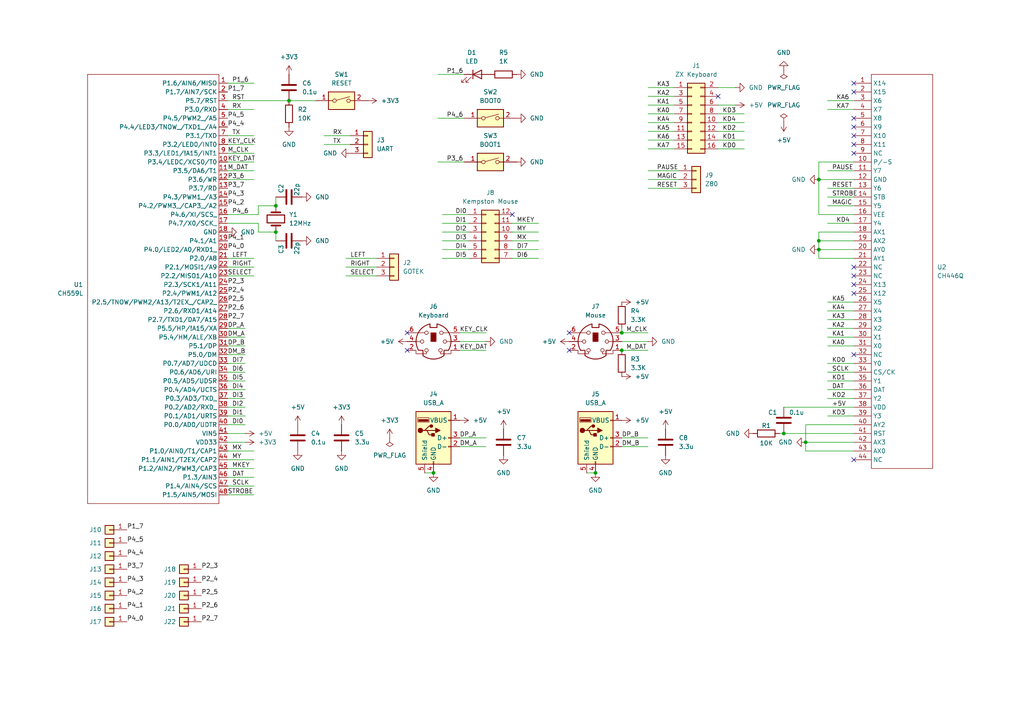
<source format=kicad_sch>
(kicad_sch (version 20231120) (generator "eeschema") (generator_version "8.0")
  (paper "A4")
  (lib_symbols
    (symbol "CH446Q:CH446Q"
      (property "Reference" "U" (at 0 0 0))
      (property "Value" "CH446Q" (at 0 0 0))
      (symbol "CH446Q_1_1"
        (pin input line (at -13.97 -3.81 0) (length 5.08) (name "X14") (number "1"))
        (pin input line (at -13.97 -26.67 0) (length 5.08) (name "P/-S") (number "10"))
        (pin output line (at -13.97 -29.21 0) (length 5.08) (name "Y7") (number "11"))
        (pin input line (at -13.97 -31.75 0) (length 5.08) (name "GND") (number "12"))
        (pin output line (at -13.97 -34.29 0) (length 5.08) (name "Y6") (number "13"))
        (pin input line (at -13.97 -36.83 0) (length 5.08) (name "STB") (number "14"))
        (pin output line (at -13.97 -39.37 0) (length 5.08) (name "Y5") (number "15"))
        (pin power_in line (at -13.97 -41.91 0) (length 5.08) (name "VEE") (number "16"))
        (pin output line (at -13.97 -44.45 0) (length 5.08) (name "Y4") (number "17"))
        (pin input line (at -13.97 -46.99 0) (length 5.08) (name "AX1") (number "18"))
        (pin input line (at -13.97 -49.53 0) (length 5.08) (name "AX2") (number "19"))
        (pin input line (at -13.97 -6.35 0) (length 5.08) (name "X15") (number "2"))
        (pin input line (at -13.97 -52.07 0) (length 5.08) (name "AY0") (number "20"))
        (pin input line (at -13.97 -54.61 0) (length 5.08) (name "AY1") (number "21"))
        (pin passive line (at -13.97 -57.15 0) (length 5.08) (name "NC") (number "22"))
        (pin passive line (at -13.97 -59.69 0) (length 5.08) (name "NC") (number "23"))
        (pin input line (at -13.97 -62.23 0) (length 5.08) (name "X13") (number "24"))
        (pin input line (at -13.97 -64.77 0) (length 5.08) (name "X12") (number "25"))
        (pin input line (at -13.97 -67.31 0) (length 5.08) (name "X5") (number "26"))
        (pin input line (at -13.97 -69.85 0) (length 5.08) (name "X4") (number "27"))
        (pin input line (at -13.97 -72.39 0) (length 5.08) (name "X3") (number "28"))
        (pin input line (at -13.97 -74.93 0) (length 5.08) (name "X2") (number "29"))
        (pin input line (at -13.97 -8.89 0) (length 5.08) (name "X6") (number "3"))
        (pin input line (at -13.97 -77.47 0) (length 5.08) (name "X1") (number "30"))
        (pin input line (at -13.97 -80.01 0) (length 5.08) (name "X0") (number "31"))
        (pin passive line (at -13.97 -82.55 0) (length 5.08) (name "NC") (number "32"))
        (pin output line (at -13.97 -85.09 0) (length 5.08) (name "Y0") (number "33"))
        (pin input line (at -13.97 -87.63 0) (length 5.08) (name "CS/CK") (number "34"))
        (pin output line (at -13.97 -90.17 0) (length 5.08) (name "Y1") (number "35"))
        (pin input line (at -13.97 -92.71 0) (length 5.08) (name "DAT") (number "36"))
        (pin input line (at -13.97 -95.25 0) (length 5.08) (name "Y2") (number "37"))
        (pin power_in line (at -13.97 -97.79 0) (length 5.08) (name "VDD") (number "38"))
        (pin output line (at -13.97 -100.33 0) (length 5.08) (name "Y3") (number "39"))
        (pin input line (at -13.97 -11.43 0) (length 5.08) (name "X7") (number "4"))
        (pin input line (at -13.97 -102.87 0) (length 5.08) (name "AY2") (number "40"))
        (pin input line (at -13.97 -105.41 0) (length 5.08) (name "RST") (number "41"))
        (pin input line (at -13.97 -107.95 0) (length 5.08) (name "AX3") (number "42"))
        (pin input line (at -13.97 -110.49 0) (length 5.08) (name "AX0") (number "43"))
        (pin passive line (at -13.97 -113.03 0) (length 5.08) (name "NC") (number "44"))
        (pin input line (at -13.97 -13.97 0) (length 5.08) (name "X8") (number "5"))
        (pin input line (at -13.97 -16.51 0) (length 5.08) (name "X9") (number "6"))
        (pin input line (at -13.97 -19.05 0) (length 5.08) (name "X10") (number "7"))
        (pin input line (at -13.97 -21.59 0) (length 5.08) (name "X11") (number "8"))
        (pin passive line (at -13.97 -24.13 0) (length 5.08) (name "NC") (number "9"))
      )
    )
    (symbol "CH559L:CH559L"
      (property "Reference" "U" (at 0 15.24 0))
      (property "Value" "CH559L" (at 0 15.24 0))
      (symbol "CH559L_1_1"
        (pin passive line (at 0 6.35 0) (length 2.54) (name "P1.6/AIN6/MISO") (number "1"))
        (pin passive line (at 0 -16.51 0) (length 2.54) (name "P3.4/LEDC/XCS0/T0") (number "10"))
        (pin passive line (at 0 -19.05 0) (length 2.54) (name "P3.5/DA6/T1") (number "11"))
        (pin passive line (at 0 -21.59 0) (length 2.54) (name "P3.6/WR") (number "12"))
        (pin passive line (at 0 -24.13 0) (length 2.54) (name "P3.7/RD") (number "13"))
        (pin passive line (at 0 -26.67 0) (length 2.54) (name "P4.3/PWM1_/A3") (number "14"))
        (pin passive line (at 0 -29.21 0) (length 2.54) (name "P4.2/PWM3_/CAP3_/A2") (number "15"))
        (pin passive line (at 0 -31.75 0) (length 2.54) (name "P4.6/XI/SCS_") (number "16"))
        (pin passive line (at 0 -34.29 0) (length 2.54) (name "P4.7/X0/SCK_") (number "17"))
        (pin passive line (at 0 -36.83 0) (length 2.54) (name "GND") (number "18"))
        (pin passive line (at 0 -39.37 0) (length 2.54) (name "P4.1/A1") (number "19"))
        (pin passive line (at 0 3.81 0) (length 2.54) (name "P1.7/AIN7/SCK") (number "2"))
        (pin passive line (at 0 -41.91 0) (length 2.54) (name "P4.0/LED2/A0/RXD1_") (number "20"))
        (pin passive line (at 0 -44.45 0) (length 2.54) (name "P2.0/A8") (number "21"))
        (pin passive line (at 0 -46.99 0) (length 2.54) (name "P2.1/MOSI1/A9") (number "22"))
        (pin passive line (at 0 -49.53 0) (length 2.54) (name "P2.2/MISO1/A10") (number "23"))
        (pin passive line (at 0 -52.07 0) (length 2.54) (name "P2.3/SCK1/A11") (number "24"))
        (pin passive line (at 0 -54.61 0) (length 2.54) (name "P2.4/PWM1/A12") (number "25"))
        (pin passive line (at 0 -57.15 0) (length 2.54) (name "P2.5/TNOW/PWM2/A13/T2EX_/CAP2_") (number "26"))
        (pin passive line (at 0 -59.69 0) (length 2.54) (name "P2.6/RXD1/A14") (number "27"))
        (pin passive line (at 0 -62.23 0) (length 2.54) (name "P2.7/TXD1/DA7/A15") (number "28"))
        (pin passive line (at 0 -64.77 0) (length 2.54) (name "P5.5/HP/!A15/XA") (number "29"))
        (pin passive line (at 0 1.27 0) (length 2.54) (name "P5.7/RST") (number "3"))
        (pin passive line (at 0 -67.31 0) (length 2.54) (name "P5.4/HM/ALE/XB") (number "30"))
        (pin passive line (at 0 -69.85 0) (length 2.54) (name "P5.1/DP") (number "31"))
        (pin passive line (at 0 -72.39 0) (length 2.54) (name "P5.0/DM") (number "32"))
        (pin passive line (at 0 -74.93 0) (length 2.54) (name "P0.7/AD7/UDCD") (number "33"))
        (pin passive line (at 0 -77.47 0) (length 2.54) (name "P0.6/AD6/URI") (number "34"))
        (pin passive line (at 0 -80.01 0) (length 2.54) (name "P0.5/AD5/UDSR") (number "35"))
        (pin passive line (at 0 -82.55 0) (length 2.54) (name "P0.4/AD4/UCTS") (number "36"))
        (pin passive line (at 0 -85.09 0) (length 2.54) (name "P0.3/AD3/TXD_") (number "37"))
        (pin passive line (at 0 -87.63 0) (length 2.54) (name "P0.2/AD2/RXD_") (number "38"))
        (pin passive line (at 0 -90.17 0) (length 2.54) (name "P0.1/AD1/URTS") (number "39"))
        (pin passive line (at 0 -1.27 0) (length 2.54) (name "P3.0/RXD") (number "4"))
        (pin passive line (at 0 -92.71 0) (length 2.54) (name "P0.0/AD0/UDTR") (number "40"))
        (pin passive line (at 0 -95.25 0) (length 2.54) (name "VIN5") (number "41"))
        (pin passive line (at 0 -97.79 0) (length 2.54) (name "VDD33") (number "42"))
        (pin passive line (at 0 -100.33 0) (length 2.54) (name "P1.0/AIN0/T1/CAP1") (number "43"))
        (pin passive line (at 0 -102.87 0) (length 2.54) (name "P1.1/AIN1/T2EX/CAP2") (number "44"))
        (pin passive line (at 0 -105.41 0) (length 2.54) (name "P1.2/AIN2/PWM3/CAP3") (number "45"))
        (pin passive line (at 0 -107.95 0) (length 2.54) (name "P1.3/AIN3") (number "46"))
        (pin passive line (at 0 -110.49 0) (length 2.54) (name "P1.4/AIN4/SCS") (number "47"))
        (pin passive line (at 0 -113.03 0) (length 2.54) (name "P1.5/AIN5/MOSI") (number "48"))
        (pin passive line (at 0 -3.81 0) (length 2.54) (name "P4.5/PWM2_/A5") (number "5"))
        (pin passive line (at 0 -6.35 0) (length 2.54) (name "P4.4/LED3/TNOW_/TXD1_/A4") (number "6"))
        (pin passive line (at 0 -8.89 0) (length 2.54) (name "P3.1/TXD") (number "7"))
        (pin passive line (at 0 -11.43 0) (length 2.54) (name "P3.2/LED0/INT0") (number "8"))
        (pin passive line (at 0 -13.97 0) (length 2.54) (name "P3.3/LED1/!A15/INT1") (number "9"))
      )
    )
    (symbol "Connector:Mini-DIN-6" (pin_names (offset 1.016))
      (property "Reference" "J" (at 0 6.35 0))
      (property "Value" "Mini-DIN-6" (at 0 -6.35 0))
      (symbol "Mini-DIN-6_1_1"
        (pin passive line (at 7.62 -2.54 180) (length 2.54) (name "~") (number "1"))
        (pin passive line (at -7.62 -2.54 0) (length 2.54) (name "~") (number "2"))
        (pin passive line (at 7.62 0 180) (length 2.54) (name "~") (number "3"))
        (pin passive line (at -7.62 0 0) (length 2.54) (name "~") (number "4"))
        (pin passive line (at 7.62 2.54 180) (length 2.54) (name "~") (number "5"))
        (pin passive line (at -7.62 2.54 0) (length 2.54) (name "~") (number "6"))
      )
    )
    (symbol "Connector:USB_A" (pin_names (offset 1.016))
      (property "Reference" "J" (at -5.08 11.43 0))
      (property "Value" "USB_A" (at -5.08 8.89 0))
      (symbol "USB_A_1_1"
        (pin power_in line (at 7.62 5.08 180) (length 2.54) (name "VBUS") (number "1"))
        (pin bidirectional line (at 7.62 -2.54 180) (length 2.54) (name "D-") (number "2"))
        (pin bidirectional line (at 7.62 0 180) (length 2.54) (name "D+") (number "3"))
        (pin power_in line (at 0 -10.16 90) (length 2.54) (name "GND") (number "4"))
        (pin passive line (at -2.54 -10.16 90) (length 2.54) (name "Shield") (number "5"))
      )
    )
    (symbol "Connector_Generic:Conn_01x01" (pin_names (offset 1.016) hide)
      (property "Reference" "J" (at 0 2.54 0))
      (property "Value" "Conn_01x01" (at 0 -2.54 0))
      (symbol "Conn_01x01_1_1"
        (pin passive line (at -5.08 0 0) (length 3.81) (name "Pin_1") (number "1"))
      )
    )
    (symbol "Connector_Generic:Conn_01x03" (pin_names (offset 1.016) hide)
      (property "Reference" "J" (at 0 5.08 0))
      (property "Value" "Conn_01x03" (at 0 -5.08 0))
      (symbol "Conn_01x03_1_1"
        (pin passive line (at -5.08 2.54 0) (length 3.81) (name "Pin_1") (number "1"))
        (pin passive line (at -5.08 0 0) (length 3.81) (name "Pin_2") (number "2"))
        (pin passive line (at -5.08 -2.54 0) (length 3.81) (name "Pin_3") (number "3"))
      )
    )
    (symbol "Connector_Generic:Conn_02x06_Counter_Clockwise" (pin_names (offset 1.016) hide)
      (property "Reference" "J" (at 1.27 7.62 0))
      (property "Value" "Conn_02x06_Counter_Clockwise" (at 1.27 -10.16 0))
      (symbol "Conn_02x06_Counter_Clockwise_1_1"
        (pin passive line (at -5.08 5.08 0) (length 3.81) (name "Pin_1") (number "1"))
        (pin passive line (at 7.62 0 180) (length 3.81) (name "Pin_10") (number "10"))
        (pin passive line (at 7.62 2.54 180) (length 3.81) (name "Pin_11") (number "11"))
        (pin passive line (at 7.62 5.08 180) (length 3.81) (name "Pin_12") (number "12"))
        (pin passive line (at -5.08 2.54 0) (length 3.81) (name "Pin_2") (number "2"))
        (pin passive line (at -5.08 0 0) (length 3.81) (name "Pin_3") (number "3"))
        (pin passive line (at -5.08 -2.54 0) (length 3.81) (name "Pin_4") (number "4"))
        (pin passive line (at -5.08 -5.08 0) (length 3.81) (name "Pin_5") (number "5"))
        (pin passive line (at -5.08 -7.62 0) (length 3.81) (name "Pin_6") (number "6"))
        (pin passive line (at 7.62 -7.62 180) (length 3.81) (name "Pin_7") (number "7"))
        (pin passive line (at 7.62 -5.08 180) (length 3.81) (name "Pin_8") (number "8"))
        (pin passive line (at 7.62 -2.54 180) (length 3.81) (name "Pin_9") (number "9"))
      )
    )
    (symbol "Connector_Generic:Conn_02x08_Odd_Even" (pin_names (offset 1.016) hide)
      (property "Reference" "J" (at 1.27 10.16 0))
      (property "Value" "Conn_02x08_Odd_Even" (at 1.27 -12.7 0))
      (symbol "Conn_02x08_Odd_Even_1_1"
        (pin passive line (at -5.08 7.62 0) (length 3.81) (name "Pin_1") (number "1"))
        (pin passive line (at 7.62 -2.54 180) (length 3.81) (name "Pin_10") (number "10"))
        (pin passive line (at -5.08 -5.08 0) (length 3.81) (name "Pin_11") (number "11"))
        (pin passive line (at 7.62 -5.08 180) (length 3.81) (name "Pin_12") (number "12"))
        (pin passive line (at -5.08 -7.62 0) (length 3.81) (name "Pin_13") (number "13"))
        (pin passive line (at 7.62 -7.62 180) (length 3.81) (name "Pin_14") (number "14"))
        (pin passive line (at -5.08 -10.16 0) (length 3.81) (name "Pin_15") (number "15"))
        (pin passive line (at 7.62 -10.16 180) (length 3.81) (name "Pin_16") (number "16"))
        (pin passive line (at 7.62 7.62 180) (length 3.81) (name "Pin_2") (number "2"))
        (pin passive line (at -5.08 5.08 0) (length 3.81) (name "Pin_3") (number "3"))
        (pin passive line (at 7.62 5.08 180) (length 3.81) (name "Pin_4") (number "4"))
        (pin passive line (at -5.08 2.54 0) (length 3.81) (name "Pin_5") (number "5"))
        (pin passive line (at 7.62 2.54 180) (length 3.81) (name "Pin_6") (number "6"))
        (pin passive line (at -5.08 0 0) (length 3.81) (name "Pin_7") (number "7"))
        (pin passive line (at 7.62 0 180) (length 3.81) (name "Pin_8") (number "8"))
        (pin passive line (at -5.08 -2.54 0) (length 3.81) (name "Pin_9") (number "9"))
      )
    )
    (symbol "Device:C" (pin_numbers hide) (pin_names (offset 0.254))
      (property "Reference" "C" (at 0.635 2.54 0))
      (property "Value" "C" (at 0.635 -2.54 0))
      (symbol "C_1_1"
        (pin passive line (at 0 3.81 270) (length 2.794) (name "~") (number "1"))
        (pin passive line (at 0 -3.81 90) (length 2.794) (name "~") (number "2"))
      )
    )
    (symbol "Device:Crystal" (pin_numbers hide) (pin_names (offset 1.016) hide)
      (property "Reference" "Y" (at 0 3.81 0))
      (property "Value" "Crystal" (at 0 -3.81 0))
      (symbol "Crystal_1_1"
        (pin passive line (at -3.81 0 0) (length 1.27) (name "1") (number "1"))
        (pin passive line (at 3.81 0 180) (length 1.27) (name "2") (number "2"))
      )
    )
    (symbol "Device:LED" (pin_numbers hide) (pin_names (offset 1.016) hide)
      (property "Reference" "D" (at 0 2.54 0))
      (property "Value" "LED" (at 0 -2.54 0))
      (symbol "LED_1_1"
        (pin passive line (at -3.81 0 0) (length 2.54) (name "K") (number "1"))
        (pin passive line (at 3.81 0 180) (length 2.54) (name "A") (number "2"))
      )
    )
    (symbol "Device:R" (pin_numbers hide) (pin_names (offset 0))
      (property "Reference" "R" (at 2.032 0 90))
      (property "Value" "R" (at 0 0 90))
      (symbol "R_1_1"
        (pin passive line (at 0 3.81 270) (length 1.27) (name "~") (number "1"))
        (pin passive line (at 0 -3.81 90) (length 1.27) (name "~") (number "2"))
      )
    )
    (symbol "Switch:SW_DIP_x01" (pin_names (offset 0) hide)
      (property "Reference" "SW" (at 0 3.81 0))
      (property "Value" "SW_DIP_x01" (at 0 -3.81 0))
      (symbol "SW_DIP_x01_1_1"
        (pin passive line (at -7.62 0 0) (length 5.08) (name "~") (number "1"))
        (pin passive line (at 7.62 0 180) (length 5.08) (name "~") (number "2"))
      )
    )
    (symbol "power:+3V3" (power) (pin_numbers hide) (pin_names (offset 0) hide)
      (property "Value" "+3V3" (at 0 3.556 0))
      (symbol "+3V3_1_1"
        (pin power_in line (at 0 0 90) (length 0) (name "~") (number "1"))
      )
    )
    (symbol "power:+5V" (power) (pin_numbers hide) (pin_names (offset 0) hide)
      (property "Value" "+5V" (at 0 3.556 0))
      (symbol "+5V_1_1"
        (pin power_in line (at 0 0 90) (length 0) (name "~") (number "1"))
      )
    )
    (symbol "power:GND" (power) (pin_numbers hide) (pin_names (offset 0) hide)
      (property "Value" "GND" (at 0 -3.81 0))
      (symbol "GND_1_1"
        (pin power_in line (at 0 0 270) (length 0) (name "~") (number "1"))
      )
    )
    (symbol "power:PWR_FLAG" (power) (pin_numbers hide) (pin_names (offset 0) hide)
      (property "Value" "PWR_FLAG" (at 0 3.81 0))
      (symbol "PWR_FLAG_0_0"
        (pin power_out line (at 0 0 90) (length 0) (name "~") (number "1"))
      )
    )
  )
  (junction (at 237.49 69.85))
  (junction (at 237.49 72.39))
  (junction (at 80.01 67.31))
  (junction (at 80.01 59.69))
  (junction (at 233.68 128.27))
  (junction (at 237.49 52.07))
  (junction (at 180.34 101.6))
  (junction (at 180.34 96.52))
  (junction (at 227.33 125.73))
  (junction (at 83.82 29.21))
  (junction (at 172.72 137.16))
  (junction (at 125.73 137.16))
  (no_connect (at 247.65 44.45))
  (no_connect (at 247.65 82.55))
  (no_connect (at 247.65 26.67))
  (no_connect (at 247.65 41.91))
  (no_connect (at 118.11 101.6))
  (no_connect (at 247.65 34.29))
  (no_connect (at 247.65 24.13))
  (no_connect (at 118.11 96.52))
  (no_connect (at 247.65 36.83))
  (no_connect (at 208.28 27.94))
  (no_connect (at 165.1 96.52))
  (no_connect (at 148.59 62.23))
  (no_connect (at 165.1 101.6))
  (no_connect (at 247.65 85.09))
  (no_connect (at 247.65 39.37))
  (no_connect (at 247.65 133.35))
  (no_connect (at 247.65 77.47))
  (no_connect (at 247.65 80.01))
  (no_connect (at 247.65 102.87))
  (wire (pts (xy 123.19 137.16) (xy 125.73 137.16)))
  (wire (pts (xy 240.03 120.65) (xy 247.65 120.65)))
  (wire (pts (xy 100.33 74.93) (xy 109.22 74.93)))
  (wire (pts (xy 66.04 100.33) (xy 71.12 100.33)))
  (wire (pts (xy 66.04 140.97) (xy 73.66 140.97)))
  (wire (pts (xy 133.35 101.6) (xy 140.97 101.6)))
  (wire (pts (xy 187.96 52.07) (xy 196.85 52.07)))
  (wire (pts (xy 128.27 72.39) (xy 135.89 72.39)))
  (wire (pts (xy 240.03 95.25) (xy 247.65 95.25)))
  (wire (pts (xy 66.04 143.51) (xy 73.66 143.51)))
  (wire (pts (xy 127 34.29) (xy 134.62 34.29)))
  (wire (pts (xy 66.04 62.23) (xy 74.93 62.23)))
  (wire (pts (xy 66.04 118.11) (xy 71.12 118.11)))
  (wire (pts (xy 133.35 129.54) (xy 140.97 129.54)))
  (wire (pts (xy 240.03 54.61) (xy 247.65 54.61)))
  (wire (pts (xy 226.06 125.73) (xy 227.33 125.73)))
  (wire (pts (xy 240.03 97.79) (xy 247.65 97.79)))
  (wire (pts (xy 66.04 138.43) (xy 73.66 138.43)))
  (wire (pts (xy 66.04 107.95) (xy 71.12 107.95)))
  (wire (pts (xy 100.33 80.01) (xy 109.22 80.01)))
  (wire (pts (xy 187.96 38.1) (xy 195.58 38.1)))
  (wire (pts (xy 237.49 67.31) (xy 247.65 67.31)))
  (wire (pts (xy 66.04 24.13) (xy 73.66 24.13)))
  (wire (pts (xy 213.36 25.4) (xy 208.28 25.4)))
  (wire (pts (xy 91.44 29.21) (xy 83.82 29.21)))
  (wire (pts (xy 127 46.99) (xy 134.62 46.99)))
  (wire (pts (xy 148.59 67.31) (xy 156.21 67.31)))
  (wire (pts (xy 208.28 40.64) (xy 215.9 40.64)))
  (wire (pts (xy 233.68 123.19) (xy 233.68 128.27)))
  (wire (pts (xy 240.03 100.33) (xy 247.65 100.33)))
  (wire (pts (xy 93.98 39.37) (xy 101.6 39.37)))
  (wire (pts (xy 148.59 69.85) (xy 156.21 69.85)))
  (wire (pts (xy 66.04 113.03) (xy 71.12 113.03)))
  (wire (pts (xy 66.04 110.49) (xy 71.12 110.49)))
  (wire (pts (xy 93.98 41.91) (xy 101.6 41.91)))
  (wire (pts (xy 128.27 62.23) (xy 135.89 62.23)))
  (wire (pts (xy 180.34 127) (xy 187.96 127)))
  (wire (pts (xy 208.28 43.18) (xy 215.9 43.18)))
  (wire (pts (xy 66.04 44.45) (xy 73.66 44.45)))
  (wire (pts (xy 233.68 128.27) (xy 247.65 128.27)))
  (wire (pts (xy 180.34 129.54) (xy 187.96 129.54)))
  (wire (pts (xy 100.33 77.47) (xy 109.22 77.47)))
  (wire (pts (xy 66.04 49.53) (xy 73.66 49.53)))
  (wire (pts (xy 187.96 40.64) (xy 195.58 40.64)))
  (wire (pts (xy 187.96 49.53) (xy 196.85 49.53)))
  (wire (pts (xy 187.96 25.4) (xy 195.58 25.4)))
  (wire (pts (xy 80.01 57.15) (xy 80.01 59.69)))
  (wire (pts (xy 187.96 35.56) (xy 195.58 35.56)))
  (wire (pts (xy 208.28 38.1) (xy 215.9 38.1)))
  (wire (pts (xy 247.65 74.93) (xy 237.49 74.93)))
  (wire (pts (xy 66.04 130.81) (xy 73.66 130.81)))
  (wire (pts (xy 240.03 31.75) (xy 247.65 31.75)))
  (wire (pts (xy 240.03 87.63) (xy 247.65 87.63)))
  (wire (pts (xy 187.96 99.06) (xy 180.34 99.06)))
  (wire (pts (xy 208.28 35.56) (xy 215.9 35.56)))
  (wire (pts (xy 227.33 118.11) (xy 247.65 118.11)))
  (wire (pts (xy 74.93 64.77) (xy 74.93 67.31)))
  (wire (pts (xy 240.03 115.57) (xy 247.65 115.57)))
  (wire (pts (xy 237.49 52.07) (xy 247.65 52.07)))
  (wire (pts (xy 180.34 96.52) (xy 187.96 96.52)))
  (wire (pts (xy 66.04 74.93) (xy 73.66 74.93)))
  (wire (pts (xy 71.12 128.27) (xy 66.04 128.27)))
  (wire (pts (xy 233.68 128.27) (xy 233.68 130.81)))
  (wire (pts (xy 240.03 105.41) (xy 247.65 105.41)))
  (wire (pts (xy 66.04 95.25) (xy 71.12 95.25)))
  (wire (pts (xy 128.27 74.93) (xy 135.89 74.93)))
  (wire (pts (xy 233.68 130.81) (xy 247.65 130.81)))
  (wire (pts (xy 71.12 125.73) (xy 66.04 125.73)))
  (wire (pts (xy 66.04 133.35) (xy 73.66 133.35)))
  (wire (pts (xy 237.49 69.85) (xy 247.65 69.85)))
  (wire (pts (xy 80.01 69.85) (xy 80.01 67.31)))
  (wire (pts (xy 127 21.59) (xy 134.62 21.59)))
  (wire (pts (xy 187.96 54.61) (xy 196.85 54.61)))
  (wire (pts (xy 187.96 27.94) (xy 195.58 27.94)))
  (wire (pts (xy 66.04 105.41) (xy 71.12 105.41)))
  (wire (pts (xy 66.04 29.21) (xy 83.82 29.21)))
  (wire (pts (xy 240.03 92.71) (xy 247.65 92.71)))
  (wire (pts (xy 66.04 64.77) (xy 74.93 64.77)))
  (wire (pts (xy 140.97 99.06) (xy 133.35 99.06)))
  (wire (pts (xy 128.27 67.31) (xy 135.89 67.31)))
  (wire (pts (xy 74.93 62.23) (xy 74.93 59.69)))
  (wire (pts (xy 66.04 31.75) (xy 73.66 31.75)))
  (wire (pts (xy 66.04 41.91) (xy 73.66 41.91)))
  (wire (pts (xy 240.03 29.21) (xy 247.65 29.21)))
  (wire (pts (xy 66.04 115.57) (xy 71.12 115.57)))
  (wire (pts (xy 240.03 110.49) (xy 247.65 110.49)))
  (wire (pts (xy 240.03 59.69) (xy 247.65 59.69)))
  (wire (pts (xy 237.49 62.23) (xy 247.65 62.23)))
  (wire (pts (xy 247.65 46.99) (xy 237.49 46.99)))
  (wire (pts (xy 66.04 135.89) (xy 73.66 135.89)))
  (wire (pts (xy 227.33 125.73) (xy 247.65 125.73)))
  (wire (pts (xy 180.34 95.25) (xy 180.34 96.52)))
  (wire (pts (xy 170.18 137.16) (xy 172.72 137.16)))
  (wire (pts (xy 148.59 64.77) (xy 156.21 64.77)))
  (wire (pts (xy 240.03 57.15) (xy 247.65 57.15)))
  (wire (pts (xy 128.27 64.77) (xy 135.89 64.77)))
  (wire (pts (xy 240.03 90.17) (xy 247.65 90.17)))
  (wire (pts (xy 187.96 33.02) (xy 195.58 33.02)))
  (wire (pts (xy 237.49 69.85) (xy 237.49 67.31)))
  (wire (pts (xy 66.04 80.01) (xy 73.66 80.01)))
  (wire (pts (xy 74.93 67.31) (xy 80.01 67.31)))
  (wire (pts (xy 66.04 102.87) (xy 71.12 102.87)))
  (wire (pts (xy 66.04 39.37) (xy 73.66 39.37)))
  (wire (pts (xy 213.36 30.48) (xy 208.28 30.48)))
  (wire (pts (xy 247.65 123.19) (xy 233.68 123.19)))
  (wire (pts (xy 66.04 46.99) (xy 73.66 46.99)))
  (wire (pts (xy 237.49 72.39) (xy 247.65 72.39)))
  (wire (pts (xy 237.49 72.39) (xy 237.49 69.85)))
  (wire (pts (xy 240.03 49.53) (xy 247.65 49.53)))
  (wire (pts (xy 66.04 123.19) (xy 71.12 123.19)))
  (wire (pts (xy 66.04 52.07) (xy 73.66 52.07)))
  (wire (pts (xy 74.93 59.69) (xy 80.01 59.69)))
  (wire (pts (xy 240.03 113.03) (xy 247.65 113.03)))
  (wire (pts (xy 148.59 72.39) (xy 156.21 72.39)))
  (wire (pts (xy 187.96 30.48) (xy 195.58 30.48)))
  (wire (pts (xy 148.59 74.93) (xy 156.21 74.93)))
  (wire (pts (xy 237.49 74.93) (xy 237.49 72.39)))
  (wire (pts (xy 237.49 52.07) (xy 237.49 62.23)))
  (wire (pts (xy 66.04 120.65) (xy 71.12 120.65)))
  (wire (pts (xy 133.35 96.52) (xy 140.97 96.52)))
  (wire (pts (xy 66.04 97.79) (xy 71.12 97.79)))
  (wire (pts (xy 187.96 43.18) (xy 195.58 43.18)))
  (wire (pts (xy 66.04 77.47) (xy 73.66 77.47)))
  (wire (pts (xy 208.28 33.02) (xy 215.9 33.02)))
  (wire (pts (xy 240.03 64.77) (xy 247.65 64.77)))
  (wire (pts (xy 237.49 46.99) (xy 237.49 52.07)))
  (wire (pts (xy 240.03 107.95) (xy 247.65 107.95)))
  (wire (pts (xy 128.27 69.85) (xy 135.89 69.85)))
  (wire (pts (xy 133.35 127) (xy 140.97 127)))
  (wire (pts (xy 180.34 101.6) (xy 187.96 101.6)))
  (label "KEY_CLK" (at 133.35 96.52 0))
  (label "DI1" (at 67.31 120.65 0))
  (label "KEY_DAT" (at 133.35 101.6 0))
  (label "KD1" (at 209.55 40.64 0))
  (label "RX" (at 96.52 39.37 0))
  (label "P4_2" (at 36.83 172.72 0))
  (label "DI0" (at 67.31 123.19 0))
  (label "P1_6" (at 129.54 21.59 0))
  (label "RESET" (at 190.5 54.61 0))
  (label "P4_4" (at 36.83 161.29 0))
  (label "DI7" (at 149.86 72.39 0))
  (label "DM_B" (at 66.04 102.87 0))
  (label "KD0" (at 209.55 43.18 0))
  (label "P1_7" (at 36.83 153.67 0))
  (label "KA0" (at 241.3 100.33 0))
  (label "P2_4" (at 66.04 85.09 0))
  (label "DI7" (at 67.31 105.41 0))
  (label "DP_A" (at 133.35 127 0))
  (label "M_DAT" (at 66.04 49.53 0))
  (label "KA5" (at 241.3 87.63 0))
  (label "KA7" (at 190.5 43.18 0))
  (label "P3_7" (at 36.83 165.1 0))
  (label "DI3" (at 132.08 69.85 0))
  (label "MAGIC" (at 190.5 52.07 0))
  (label "RIGHT" (at 67.31 77.47 0))
  (label "KD3" (at 209.55 33.02 0))
  (label "DI0" (at 132.08 62.23 0))
  (label "MKEY" (at 149.86 64.77 0))
  (label "P4_3" (at 66.04 57.15 0))
  (label "P2_3" (at 58.42 165.1 0))
  (label "SCLK" (at 241.3 107.95 0))
  (label "DM_A" (at 133.35 129.54 0))
  (label "KA1" (at 241.3 97.79 0))
  (label "P2_5" (at 66.04 87.63 0))
  (label "DP_B" (at 66.04 100.33 0))
  (label "+5V" (at 241.3 118.11 0))
  (label "DM_B" (at 180.34 129.54 0))
  (label "P3_6" (at 129.54 46.99 0))
  (label "SELECT" (at 101.6 80.01 0))
  (label "KA0" (at 190.5 33.02 0))
  (label "LEFT" (at 101.6 74.93 0))
  (label "KD4" (at 242.57 64.77 0))
  (label "P4_5" (at 66.04 34.29 0))
  (label "DI5" (at 132.08 74.93 0))
  (label "P2_6" (at 58.42 176.53 0))
  (label "KEY_CLK" (at 66.04 41.91 0))
  (label "P2_4" (at 58.42 168.91 0))
  (label "P4_3" (at 36.83 168.91 0))
  (label "M_DAT" (at 181.61 101.6 0))
  (label "P2_6" (at 66.04 90.17 0))
  (label "RX" (at 67.31 31.75 0))
  (label "KA5" (at 190.5 38.1 0))
  (label "KEY_DAT" (at 66.04 46.99 0))
  (label "KD1" (at 241.3 110.49 0))
  (label "MX" (at 149.86 69.85 0))
  (label "P3_6" (at 66.04 52.07 0))
  (label "DAT" (at 67.31 138.43 0))
  (label "STROBE" (at 66.04 143.51 0))
  (label "DM_A" (at 66.04 97.79 0))
  (label "KA6" (at 242.57 29.21 0))
  (label "LEFT" (at 67.31 74.93 0))
  (label "KD2" (at 209.55 38.1 0))
  (label "DI6" (at 67.31 107.95 0))
  (label "KA1" (at 190.5 30.48 0))
  (label "P2_7" (at 58.42 180.34 0))
  (label "KD3" (at 241.3 120.65 0))
  (label "STROBE" (at 241.3 57.15 0))
  (label "RESET" (at 241.3 54.61 0))
  (label "P4_4" (at 66.04 36.83 0))
  (label "KA7" (at 242.57 31.75 0))
  (label "DI3" (at 67.31 115.57 0))
  (label "P4_2" (at 66.04 59.69 0))
  (label "TX" (at 67.31 39.37 0))
  (label "DI2" (at 67.31 118.11 0))
  (label "KA4" (at 241.3 90.17 0))
  (label "DAT" (at 241.3 113.03 0))
  (label "DI6" (at 149.86 74.93 0))
  (label "P1_7" (at 66.04 26.67 0))
  (label "P4_0" (at 66.04 72.39 0))
  (label "DI4" (at 132.08 72.39 0))
  (label "KA6" (at 190.5 40.64 0))
  (label "KA2" (at 190.5 27.94 0))
  (label "P2_3" (at 66.04 82.55 0))
  (label "RIGHT" (at 101.6 77.47 0))
  (label "DP_A" (at 66.04 95.25 0))
  (label "DI4" (at 67.31 113.03 0))
  (label "P4_6" (at 129.54 34.29 0))
  (label "DP_B" (at 180.34 127 0))
  (label "KA3" (at 190.5 25.4 0))
  (label "KA2" (at 241.3 95.25 0))
  (label "DI1" (at 132.08 64.77 0))
  (label "P4_1" (at 36.83 176.53 0))
  (label "M_CLK" (at 181.61 96.52 0))
  (label "MX" (at 67.31 130.81 0))
  (label "MY" (at 67.31 133.35 0))
  (label "P4_6" (at 67.31 62.23 0))
  (label "PAUSE" (at 241.3 49.53 0))
  (label "P3_7" (at 66.04 54.61 0))
  (label "TX" (at 96.52 41.91 0))
  (label "SELECT" (at 66.04 80.01 0))
  (label "P1_6" (at 67.31 24.13 0))
  (label "P4_5" (at 36.83 157.48 0))
  (label "KD2" (at 241.3 115.57 0))
  (label "SCLK" (at 67.31 140.97 0))
  (label "P2_7" (at 66.04 92.71 0))
  (label "MKEY" (at 67.31 135.89 0))
  (label "MAGIC" (at 241.3 59.69 0))
  (label "DI5" (at 67.31 110.49 0))
  (label "P2_5" (at 58.42 172.72 0))
  (label "M_CLK" (at 66.04 44.45 0))
  (label "MY" (at 149.86 67.31 0))
  (label "KA3" (at 241.3 92.71 0))
  (label "KD4" (at 209.55 35.56 0))
  (label "KD0" (at 241.3 105.41 0))
  (label "PAUSE" (at 190.5 49.53 0))
  (label "KA4" (at 190.5 35.56 0))
  (label "RST" (at 67.31 29.21 0))
  (label "DI2" (at 132.08 67.31 0))
  (label "P4_0" (at 36.83 180.34 0))
  (label "P4_1" (at 66.04 69.85 0))
  (symbol (lib_id "power:+3V3") (at 113.03 127 0) (unit 1)
    (property "Reference" "#PWR039" (effects (hide yes)))
    (property "Value" "+3V3" (at 113.03 121.92 0))
    (property "Description" "Power symbol creates a global label with name \"+3V3\"" (effects (hide yes)))
  )
  (symbol (lib_id "power:GND") (at 149.86 34.29 90) (unit 1)
    (property "Reference" "#PWR032" (effects (hide yes)))
    (property "Value" "GND" (at 153.67 34.2899 90) (effects (justify right)))
    (property "Description" "Power symbol creates a global label with name \"GND\" , ground" (effects (hide yes)))
  )
  (symbol (lib_id "power:+5V") (at 86.36 123.19 0) (unit 1)
    (property "Reference" "#PWR023" (effects (hide yes)))
    (property "Value" "+5V" (at 86.36 118.11 0))
    (property "Description" "Power symbol creates a global label with name \"+5V\"" (effects (hide yes)))
  )
  (symbol (lib_id "Connector:USB_A") (at 125.73 127 0) (unit 1)
    (property "Reference" "J4" (at 125.73 114.3 0))
    (property "Value" "USB_A" (at 125.73 116.84 0))
    (property "Footprint" "Connector_USB:USB_A_Stewart_SS-52100-001_Horizontal" (effects (hide yes)))
    (property "Datasheet" " ~" (effects (hide yes)))
    (property "Description" "USB Type A connector" (effects (hide yes)))
  )
  (symbol (lib_id "Connector_Generic:Conn_01x03") (at 201.93 52.07 0) (unit 1)
    (property "Reference" "J9" (at 204.47 50.7999 0) (effects (justify left)))
    (property "Value" "Z80" (at 204.47 53.3399 0) (effects (justify left)))
    (property "Footprint" "Connector_PinHeader_2.54mm:PinHeader_1x03_P2.54mm_Vertical" (effects (hide yes)))
    (property "Description" "Generic connector, single row, 01x03, script generated (kicad-library-utils/schlib/autogen/connector/)" (effects (hide yes)))
  )
  (symbol (lib_id "power:GND") (at 125.73 137.16 0) (unit 1)
    (property "Reference" "#PWR08" (effects (hide yes)))
    (property "Value" "GND" (at 125.73 142.24 0))
    (property "Description" "Power symbol creates a global label with name \"GND\" , ground" (effects (hide yes)))
  )
  (symbol (lib_id "Switch:SW_DIP_x01") (at 142.24 34.29 0) (unit 1)
    (property "Reference" "SW2" (at 142.24 26.67 0))
    (property "Value" "BOOT0" (at 142.24 29.21 0))
    (property "Footprint" "Connector_PinHeader_2.54mm:PinHeader_1x02_P2.54mm_Vertical" (effects (hide yes)))
    (property "Description" "1x DIP Switch, Single Pole Single Throw (SPST) switch, small symbol" (effects (hide yes)))
  )
  (symbol (lib_id "power:+3V3") (at 83.82 21.59 0) (unit 1)
    (property "Reference" "#PWR030" (effects (hide yes)))
    (property "Value" "+3V3" (at 83.82 16.51 0))
    (property "Description" "Power symbol creates a global label with name \"+3V3\"" (effects (hide yes)))
  )
  (symbol (lib_id "power:GND") (at 87.63 57.15 90) (unit 1)
    (property "Reference" "#PWR027" (effects (hide yes)))
    (property "Value" "GND" (at 91.44 57.1499 90) (effects (justify right)))
    (property "Description" "Power symbol creates a global label with name \"GND\" , ground" (effects (hide yes)))
  )
  (symbol (lib_id "Connector_Generic:Conn_01x03") (at 106.68 41.91 0) (unit 1)
    (property "Reference" "J3" (at 109.22 40.6399 0) (effects (justify left)))
    (property "Value" "UART" (at 109.22 43.1799 0) (effects (justify left)))
    (property "Footprint" "Connector_PinHeader_2.54mm:PinHeader_1x03_P2.54mm_Vertical" (effects (hide yes)))
    (property "Description" "Generic connector, single row, 01x03, script generated (kicad-library-utils/schlib/autogen/connector/)" (effects (hide yes)))
  )
  (symbol (lib_id "Switch:SW_DIP_x01") (at 142.24 46.99 0) (unit 1)
    (property "Reference" "SW3" (at 142.24 39.37 0))
    (property "Value" "BOOT1" (at 142.24 41.91 0))
    (property "Footprint" "Connector_PinHeader_2.54mm:PinHeader_1x02_P2.54mm_Vertical" (effects (hide yes)))
    (property "Description" "1x DIP Switch, Single Pole Single Throw (SPST) switch, small symbol" (effects (hide yes)))
  )
  (symbol (lib_id "power:GND") (at 140.97 99.06 90) (unit 1)
    (property "Reference" "#PWR09" (effects (hide yes)))
    (property "Value" "GND" (at 144.78 99.0599 90) (effects (justify right)))
    (property "Description" "Power symbol creates a global label with name \"GND\" , ground" (effects (hide yes)))
  )
  (symbol (lib_id "Device:C") (at 83.82 25.4 0) (unit 1)
    (property "Reference" "C6" (at 87.63 24.1299 0) (effects (justify left)))
    (property "Value" "0.1u" (at 87.63 26.6699 0) (effects (justify left)))
    (property "Footprint" "Capacitor_SMD:C_1206_3216Metric_Pad1.33x1.80mm_HandSolder" (effects (hide yes)))
    (property "Description" "Unpolarized capacitor" (effects (hide yes)))
  )
  (symbol (lib_id "power:+5V") (at 180.34 87.63 270) (unit 1)
    (property "Reference" "#PWR017" (effects (hide yes)))
    (property "Value" "+5V" (at 184.15 87.6299 90) (effects (justify left)))
    (property "Description" "Power symbol creates a global label with name \"+5V\"" (effects (hide yes)))
  )
  (symbol (lib_id "Connector_Generic:Conn_01x01") (at 53.34 180.34 180) (unit 1)
    (property "Reference" "J22" (at 49.276 180.34 0))
    (property "Value" "Conn_01x01" (effects (hide yes)))
    (property "Footprint" "Connector_PinHeader_2.54mm:PinHeader_1x01_P2.54mm_Vertical" (effects (hide yes)))
    (property "Description" "Generic connector, single row, 01x01, script generated (kicad-library-utils/schlib/autogen/connector/)" (effects (hide yes)))
  )
  (symbol (lib_id "power:GND") (at 172.72 137.16 0) (unit 1)
    (property "Reference" "#PWR07" (effects (hide yes)))
    (property "Value" "GND" (at 172.72 142.24 0))
    (property "Description" "Power symbol creates a global label with name \"GND\" , ground" (effects (hide yes)))
  )
  (symbol (lib_id "Device:R") (at 222.25 125.73 90) (unit 1)
    (property "Reference" "R1" (at 222.25 123.444 90))
    (property "Value" "10K" (at 222.25 128.524 90))
    (property "Footprint" "Resistor_SMD:R_1206_3216Metric_Pad1.30x1.75mm_HandSolder" (effects (hide yes)))
    (property "Description" "Resistor" (effects (hide yes)))
  )
  (symbol (lib_id "Connector_Generic:Conn_02x08_Odd_Even") (at 200.66 33.02 0) (unit 1)
    (property "Reference" "J1" (at 201.93 19.05 0))
    (property "Value" "ZX Keyboard" (at 201.93 21.59 0))
    (property "Footprint" "Connector_PinHeader_2.54mm:PinHeader_2x08_P2.54mm_Vertical" (effects (hide yes)))
    (property "Description" "Generic connector, double row, 02x08, odd/even pin numbering scheme (row 1 odd numbers, row 2 even numbers), script generated (kicad-library-utils/schlib/autogen/connector/)" (effects (hide yes)))
  )
  (symbol (lib_id "Connector_Generic:Conn_01x01") (at 31.75 176.53 180) (unit 1)
    (property "Reference" "J16" (at 27.686 176.53 0))
    (property "Value" "Conn_01x01" (effects (hide yes)))
    (property "Footprint" "Connector_PinHeader_2.54mm:PinHeader_1x01_P2.54mm_Vertical" (effects (hide yes)))
    (property "Description" "Generic connector, single row, 01x01, script generated (kicad-library-utils/schlib/autogen/connector/)" (effects (hide yes)))
  )
  (symbol (lib_id "Device:LED") (at 138.43 21.59 0) (unit 1)
    (property "Reference" "D1" (at 136.8425 15.24 0))
    (property "Value" "LED" (at 136.8425 17.78 0))
    (property "Footprint" "LED_SMD:LED_1206_3216Metric_Pad1.42x1.75mm_HandSolder" (effects (hide yes)))
    (property "Description" "Light emitting diode" (effects (hide yes)))
  )
  (symbol (lib_id "Connector:Mini-DIN-6") (at 172.72 99.06 0) (unit 1)
    (property "Reference" "J7" (at 172.7377 88.9 0))
    (property "Value" "Mouse" (at 172.7377 91.44 0))
    (property "Footprint" "Connector_Mini-DIN_Female_6Pin:Connector_Mini-DIN_Female_6Pin_2rows" (effects (hide yes)))
    (property "Datasheet" "http://service.powerdynamics.com/ec/Catalog17/Section%2011.pdf" (effects (hide yes)))
    (property "Description" "6-pin Mini-DIN connector" (effects (hide yes)))
  )
  (symbol (lib_id "Device:R") (at 180.34 105.41 0) (unit 1)
    (property "Reference" "R3" (at 182.88 104.1399 0) (effects (justify left)))
    (property "Value" "3.3K" (at 182.88 106.6799 0) (effects (justify left)))
    (property "Footprint" "Resistor_SMD:R_1206_3216Metric_Pad1.30x1.75mm_HandSolder" (effects (hide yes)))
    (property "Description" "Resistor" (effects (hide yes)))
  )
  (symbol (lib_id "power:GND") (at 101.6 44.45 270) (unit 1)
    (property "Reference" "#PWR06" (effects (hide yes)))
    (property "Value" "GND" (at 97.79 44.4499 90) (effects (justify right)))
    (property "Description" "Power symbol creates a global label with name \"GND\" , ground" (effects (hide yes)))
  )
  (symbol (lib_id "power:+5V") (at 180.34 109.22 270) (unit 1)
    (property "Reference" "#PWR018" (effects (hide yes)))
    (property "Value" "+5V" (at 184.15 109.2199 90) (effects (justify left)))
    (property "Description" "Power symbol creates a global label with name \"+5V\"" (effects (hide yes)))
  )
  (symbol (lib_id "power:+5V") (at 133.35 121.92 270) (unit 1)
    (property "Reference" "#PWR020" (effects (hide yes)))
    (property "Value" "+5V" (at 137.16 121.9199 90) (effects (justify left)))
    (property "Description" "Power symbol creates a global label with name \"+5V\"" (effects (hide yes)))
  )
  (symbol (lib_id "Device:C") (at 83.82 57.15 90) (mirror x) (unit 1)
    (property "Reference" "C2" (at 81.534 53.34 0) (effects (justify left)))
    (property "Value" "22p" (at 86.106 53.086 0) (effects (justify left)))
    (property "Footprint" "Capacitor_SMD:C_1206_3216Metric_Pad1.33x1.80mm_HandSolder" (effects (hide yes)))
    (property "Description" "Unpolarized capacitor" (effects (hide yes)))
  )
  (symbol (lib_id "power:GND") (at 99.06 130.81 0) (unit 1)
    (property "Reference" "#PWR022" (effects (hide yes)))
    (property "Value" "GND" (at 99.06 135.89 0))
    (property "Description" "Power symbol creates a global label with name \"GND\" , ground" (effects (hide yes)))
  )
  (symbol (lib_id "Connector_Generic:Conn_01x01") (at 53.34 176.53 180) (unit 1)
    (property "Reference" "J21" (at 49.276 176.53 0))
    (property "Value" "Conn_01x01" (effects (hide yes)))
    (property "Footprint" "Connector_PinHeader_2.54mm:PinHeader_1x01_P2.54mm_Vertical" (effects (hide yes)))
    (property "Description" "Generic connector, single row, 01x01, script generated (kicad-library-utils/schlib/autogen/connector/)" (effects (hide yes)))
  )
  (symbol (lib_id "power:GND") (at 149.86 21.59 90) (unit 1)
    (property "Reference" "#PWR034" (effects (hide yes)))
    (property "Value" "GND" (at 153.67 21.5899 90) (effects (justify right)))
    (property "Description" "Power symbol creates a global label with name \"GND\" , ground" (effects (hide yes)))
  )
  (symbol (lib_id "Device:R") (at 83.82 33.02 0) (unit 1)
    (property "Reference" "R2" (at 86.36 31.7499 0) (effects (justify left)))
    (property "Value" "10K" (at 86.36 34.2899 0) (effects (justify left)))
    (property "Footprint" "Resistor_SMD:R_1206_3216Metric_Pad1.30x1.75mm_HandSolder" (effects (hide yes)))
    (property "Description" "Resistor" (effects (hide yes)))
  )
  (symbol (lib_id "power:GND") (at 213.36 25.4 90) (unit 1)
    (property "Reference" "#PWR01" (effects (hide yes)))
    (property "Value" "GND" (at 217.17 25.3999 90) (effects (justify right)))
    (property "Description" "Power symbol creates a global label with name \"GND\" , ground" (effects (hide yes)))
  )
  (symbol (lib_id "Connector_Generic:Conn_01x01") (at 53.34 165.1 180) (unit 1)
    (property "Reference" "J18" (at 49.276 165.1 0))
    (property "Value" "Conn_01x01" (effects (hide yes)))
    (property "Footprint" "Connector_PinHeader_2.54mm:PinHeader_1x01_P2.54mm_Vertical" (effects (hide yes)))
    (property "Description" "Generic connector, single row, 01x01, script generated (kicad-library-utils/schlib/autogen/connector/)" (effects (hide yes)))
  )
  (symbol (lib_id "power:+5V") (at 193.04 124.46 0) (unit 1)
    (property "Reference" "#PWR011" (effects (hide yes)))
    (property "Value" "+5V" (at 193.04 119.38 0))
    (property "Description" "Power symbol creates a global label with name \"+5V\"" (effects (hide yes)))
  )
  (symbol (lib_id "power:GND") (at 218.44 125.73 270) (unit 1)
    (property "Reference" "#PWR05" (effects (hide yes)))
    (property "Value" "GND" (at 214.63 125.7299 90) (effects (justify right)))
    (property "Description" "Power symbol creates a global label with name \"GND\" , ground" (effects (hide yes)))
  )
  (symbol (lib_id "power:+5V") (at 165.1 99.06 90) (unit 1)
    (property "Reference" "#PWR016" (effects (hide yes)))
    (property "Value" "+5V" (at 161.29 99.0599 90) (effects (justify left)))
    (property "Description" "Power symbol creates a global label with name \"+5V\"" (effects (hide yes)))
  )
  (symbol (lib_id "power:+3V3") (at 99.06 123.19 0) (unit 1)
    (property "Reference" "#PWR024" (effects (hide yes)))
    (property "Value" "+3V3" (at 99.06 118.11 0))
    (property "Description" "Power symbol creates a global label with name \"+3V3\"" (effects (hide yes)))
  )
  (symbol (lib_id "CH446Q:CH446Q") (at 261.62 20.32 0) (unit 1)
    (property "Reference" "U2" (at 271.78 77.4699 0) (effects (justify left)))
    (property "Value" "CH446Q" (at 271.78 80.0099 0) (effects (justify left)))
    (property "Footprint" "Package_QFP:TQFP-44_10x10mm_P0.8mm" (effects (hide yes)))
    (property "Datasheet" "https://www.wch-ic.com/products/CH446.html" (effects (hide yes)))
    (property "Description" "CH446Q 8x16 Analog Switch Array Chip" (effects (hide yes)))
  )
  (symbol (lib_id "power:GND") (at 83.82 36.83 0) (unit 1)
    (property "Reference" "#PWR029" (effects (hide yes)))
    (property "Value" "GND" (at 83.82 41.91 0))
    (property "Description" "Power symbol creates a global label with name \"GND\" , ground" (effects (hide yes)))
  )
  (symbol (lib_id "power:GND") (at 187.96 99.06 90) (unit 1)
    (property "Reference" "#PWR010" (effects (hide yes)))
    (property "Value" "GND" (at 191.77 99.0599 90) (effects (justify right)))
    (property "Description" "Power symbol creates a global label with name \"GND\" , ground" (effects (hide yes)))
  )
  (symbol (lib_id "Device:C") (at 86.36 127 0) (unit 1)
    (property "Reference" "C4" (at 90.17 125.7299 0) (effects (justify left)))
    (property "Value" "0.1u" (at 90.17 128.2699 0) (effects (justify left)))
    (property "Footprint" "Capacitor_SMD:C_1206_3216Metric_Pad1.33x1.80mm_HandSolder" (effects (hide yes)))
    (property "Description" "Unpolarized capacitor" (effects (hide yes)))
  )
  (symbol (lib_id "power:PWR_FLAG") (at 227.33 35.56 0) (unit 1)
    (property "Reference" "#FLG01" (effects (hide yes)))
    (property "Value" "PWR_FLAG" (at 227.33 30.48 0))
    (property "Description" "Special symbol for telling ERC where power comes from" (effects (hide yes)))
  )
  (symbol (lib_id "power:+3V3") (at 106.68 29.21 270) (unit 1)
    (property "Reference" "#PWR031" (effects (hide yes)))
    (property "Value" "+3V3" (at 110.49 29.2099 90) (effects (justify left)))
    (property "Description" "Power symbol creates a global label with name \"+3V3\"" (effects (hide yes)))
  )
  (symbol (lib_id "Connector_Generic:Conn_01x01") (at 31.75 153.67 180) (unit 1)
    (property "Reference" "J10" (at 27.686 153.67 0))
    (property "Value" "Conn_01x01" (effects (hide yes)))
    (property "Footprint" "Connector_PinHeader_2.54mm:PinHeader_1x01_P2.54mm_Vertical" (effects (hide yes)))
    (property "Description" "Generic connector, single row, 01x01, script generated (kicad-library-utils/schlib/autogen/connector/)" (effects (hide yes)))
  )
  (symbol (lib_id "Device:R") (at 180.34 91.44 0) (unit 1)
    (property "Reference" "R4" (at 182.88 90.1699 0) (effects (justify left)))
    (property "Value" "3.3K" (at 182.88 92.7099 0) (effects (justify left)))
    (property "Footprint" "Resistor_SMD:R_1206_3216Metric_Pad1.30x1.75mm_HandSolder" (effects (hide yes)))
    (property "Description" "Resistor" (effects (hide yes)))
  )
  (symbol (lib_id "power:GND") (at 87.63 69.85 90) (unit 1)
    (property "Reference" "#PWR028" (effects (hide yes)))
    (property "Value" "GND" (at 91.44 69.8499 90) (effects (justify right)))
    (property "Description" "Power symbol creates a global label with name \"GND\" , ground" (effects (hide yes)))
  )
  (symbol (lib_id "Device:C") (at 99.06 127 0) (unit 1)
    (property "Reference" "C5" (at 102.87 125.7299 0) (effects (justify left)))
    (property "Value" "3.3u" (at 102.87 128.2699 0) (effects (justify left)))
    (property "Footprint" "Capacitor_SMD:C_1206_3216Metric_Pad1.33x1.80mm_HandSolder" (effects (hide yes)))
    (property "Description" "Unpolarized capacitor" (effects (hide yes)))
  )
  (symbol (lib_id "power:PWR_FLAG") (at 227.33 20.32 180) (unit 1)
    (property "Reference" "#FLG02" (effects (hide yes)))
    (property "Value" "PWR_FLAG" (at 227.33 25.4 0))
    (property "Description" "Special symbol for telling ERC where power comes from" (effects (hide yes)))
  )
  (symbol (lib_id "Connector_Generic:Conn_01x01") (at 31.75 157.48 180) (unit 1)
    (property "Reference" "J11" (at 27.686 157.48 0))
    (property "Value" "Conn_01x01" (effects (hide yes)))
    (property "Footprint" "Connector_PinHeader_2.54mm:PinHeader_1x01_P2.54mm_Vertical" (effects (hide yes)))
    (property "Description" "Generic connector, single row, 01x01, script generated (kicad-library-utils/schlib/autogen/connector/)" (effects (hide yes)))
  )
  (symbol (lib_id "CH559L:CH559L") (at 66.04 30.48 0) (mirror y) (unit 1)
    (property "Reference" "U1" (at 24.13 82.5499 0) (effects (justify left)))
    (property "Value" "CH559L" (at 24.13 85.0899 0) (effects (justify left)))
    (property "Footprint" "Package_QFP:LQFP-48_7x7mm_P0.5mm" (effects (hide yes)))
  )
  (symbol (lib_id "Connector_Generic:Conn_01x01") (at 53.34 168.91 180) (unit 1)
    (property "Reference" "J19" (at 49.276 168.91 0))
    (property "Value" "Conn_01x01" (effects (hide yes)))
    (property "Footprint" "Connector_PinHeader_2.54mm:PinHeader_1x01_P2.54mm_Vertical" (effects (hide yes)))
    (property "Description" "Generic connector, single row, 01x01, script generated (kicad-library-utils/schlib/autogen/connector/)" (effects (hide yes)))
  )
  (symbol (lib_id "Connector_Generic:Conn_01x01") (at 31.75 172.72 180) (unit 1)
    (property "Reference" "J15" (at 27.686 172.72 0))
    (property "Value" "Conn_01x01" (effects (hide yes)))
    (property "Footprint" "Connector_PinHeader_2.54mm:PinHeader_1x01_P2.54mm_Vertical" (effects (hide yes)))
    (property "Description" "Generic connector, single row, 01x01, script generated (kicad-library-utils/schlib/autogen/connector/)" (effects (hide yes)))
  )
  (symbol (lib_id "Connector_Generic:Conn_01x03") (at 114.3 77.47 0) (unit 1)
    (property "Reference" "J2" (at 116.84 76.1999 0) (effects (justify left)))
    (property "Value" "GOTEK" (at 116.84 78.7399 0) (effects (justify left)))
    (property "Footprint" "Connector_PinHeader_2.54mm:PinHeader_1x03_P2.54mm_Vertical" (effects (hide yes)))
    (property "Description" "Generic connector, single row, 01x03, script generated (kicad-library-utils/schlib/autogen/connector/)" (effects (hide yes)))
  )
  (symbol (lib_id "power:PWR_FLAG") (at 113.03 127 180) (unit 1)
    (property "Reference" "#FLG03" (effects (hide yes)))
    (property "Value" "PWR_FLAG" (at 113.03 132.08 0))
    (property "Description" "Special symbol for telling ERC where power comes from" (effects (hide yes)))
  )
  (symbol (lib_id "Connector:Mini-DIN-6") (at 125.73 99.06 0) (unit 1)
    (property "Reference" "J6" (at 125.7477 88.9 0))
    (property "Value" "Keyboard" (at 125.7477 91.44 0))
    (property "Footprint" "Connector_Mini-DIN_Female_6Pin:Connector_Mini-DIN_Female_6Pin_2rows" (effects (hide yes)))
    (property "Datasheet" "http://service.powerdynamics.com/ec/Catalog17/Section%2011.pdf" (effects (hide yes)))
    (property "Description" "6-pin Mini-DIN connector" (effects (hide yes)))
  )
  (symbol (lib_id "power:GND") (at 149.86 46.99 90) (unit 1)
    (property "Reference" "#PWR033" (effects (hide yes)))
    (property "Value" "GND" (at 153.67 46.9899 90) (effects (justify right)))
    (property "Description" "Power symbol creates a global label with name \"GND\" , ground" (effects (hide yes)))
  )
  (symbol (lib_id "Device:C") (at 146.05 128.27 0) (unit 1)
    (property "Reference" "C7" (at 149.86 126.9999 0) (effects (justify left)))
    (property "Value" "3.3u" (at 149.86 129.5399 0) (effects (justify left)))
    (property "Footprint" "Capacitor_SMD:C_1206_3216Metric_Pad1.33x1.80mm_HandSolder" (effects (hide yes)))
    (property "Description" "Unpolarized capacitor" (effects (hide yes)))
  )
  (symbol (lib_id "power:+5V") (at 118.11 99.06 90) (unit 1)
    (property "Reference" "#PWR015" (effects (hide yes)))
    (property "Value" "+5V" (at 114.3 99.0599 90) (effects (justify left)))
    (property "Description" "Power symbol creates a global label with name \"+5V\"" (effects (hide yes)))
  )
  (symbol (lib_id "power:GND") (at 233.68 128.27 270) (unit 1)
    (property "Reference" "#PWR04" (effects (hide yes)))
    (property "Value" "GND" (at 229.87 128.2699 90) (effects (justify right)))
    (property "Description" "Power symbol creates a global label with name \"GND\" , ground" (effects (hide yes)))
  )
  (symbol (lib_id "power:+5V") (at 180.34 121.92 270) (unit 1)
    (property "Reference" "#PWR019" (effects (hide yes)))
    (property "Value" "+5V" (at 184.15 121.9199 90) (effects (justify left)))
    (property "Description" "Power symbol creates a global label with name \"+5V\"" (effects (hide yes)))
  )
  (symbol (lib_id "Device:Crystal") (at 80.01 63.5 90) (unit 1)
    (property "Reference" "Y1" (at 83.82 62.2299 90) (effects (justify right)))
    (property "Value" "12MHz" (at 83.82 64.7699 90) (effects (justify right)))
    (property "Footprint" "Crystal:Crystal_HC49-4H_Vertical" (effects (hide yes)))
    (property "Description" "Two pin crystal" (effects (hide yes)))
  )
  (symbol (lib_id "Device:C") (at 193.04 128.27 0) (unit 1)
    (property "Reference" "C8" (at 196.85 126.9999 0) (effects (justify left)))
    (property "Value" "3.3u" (at 196.85 129.5399 0) (effects (justify left)))
    (property "Footprint" "Capacitor_SMD:C_1206_3216Metric_Pad1.33x1.80mm_HandSolder" (effects (hide yes)))
    (property "Description" "Unpolarized capacitor" (effects (hide yes)))
  )
  (symbol (lib_id "Connector_Generic:Conn_01x01") (at 53.34 172.72 180) (unit 1)
    (property "Reference" "J20" (at 49.276 172.72 0))
    (property "Value" "Conn_01x01" (effects (hide yes)))
    (property "Footprint" "Connector_PinHeader_2.54mm:PinHeader_1x01_P2.54mm_Vertical" (effects (hide yes)))
    (property "Description" "Generic connector, single row, 01x01, script generated (kicad-library-utils/schlib/autogen/connector/)" (effects (hide yes)))
  )
  (symbol (lib_id "Connector_Generic:Conn_01x01") (at 31.75 180.34 180) (unit 1)
    (property "Reference" "J17" (at 27.686 180.34 0))
    (property "Value" "Conn_01x01" (effects (hide yes)))
    (property "Footprint" "Connector_PinHeader_2.54mm:PinHeader_1x01_P2.54mm_Vertical" (effects (hide yes)))
    (property "Description" "Generic connector, single row, 01x01, script generated (kicad-library-utils/schlib/autogen/connector/)" (effects (hide yes)))
  )
  (symbol (lib_id "power:GND") (at 237.49 72.39 270) (unit 1)
    (property "Reference" "#PWR03" (effects (hide yes)))
    (property "Value" "GND" (at 233.68 72.3899 90) (effects (justify right)))
    (property "Description" "Power symbol creates a global label with name \"GND\" , ground" (effects (hide yes)))
  )
  (symbol (lib_id "power:GND") (at 227.33 20.32 180) (unit 1)
    (property "Reference" "#PWR038" (effects (hide yes)))
    (property "Value" "GND" (at 227.33 15.24 0))
    (property "Description" "Power symbol creates a global label with name \"GND\" , ground" (effects (hide yes)))
  )
  (symbol (lib_id "power:GND") (at 86.36 130.81 0) (unit 1)
    (property "Reference" "#PWR021" (effects (hide yes)))
    (property "Value" "GND" (at 86.36 135.89 0))
    (property "Description" "Power symbol creates a global label with name \"GND\" , ground" (effects (hide yes)))
  )
  (symbol (lib_id "Connector_Generic:Conn_02x06_Counter_Clockwise") (at 140.97 67.31 0) (unit 1)
    (property "Reference" "J8" (at 142.24 55.88 0))
    (property "Value" "Kempston Mouse" (at 142.24 58.42 0))
    (property "Footprint" "Connector_PinHeader_2.54mm:PinHeader_2x06_P2.54mm_Vertical" (effects (hide yes)))
    (property "Description" "Generic connector, double row, 02x06, counter clockwise pin numbering scheme (similar to DIP package numbering), script generated (kicad-library-utils/schlib/autogen/connector/)" (effects (hide yes)))
  )
  (symbol (lib_id "power:GND") (at 146.05 132.08 0) (unit 1)
    (property "Reference" "#PWR014" (effects (hide yes)))
    (property "Value" "GND" (at 146.05 137.16 0))
    (property "Description" "Power symbol creates a global label with name \"GND\" , ground" (effects (hide yes)))
  )
  (symbol (lib_id "Connector:USB_A") (at 172.72 127 0) (unit 1)
    (property "Reference" "J5" (at 172.72 114.3 0))
    (property "Value" "USB_A" (at 172.72 116.84 0))
    (property "Footprint" "Connector_USB:USB_A_Stewart_SS-52100-001_Horizontal" (effects (hide yes)))
    (property "Datasheet" " ~" (effects (hide yes)))
    (property "Description" "USB Type A connector" (effects (hide yes)))
  )
  (symbol (lib_id "Device:C") (at 83.82 69.85 90) (unit 1)
    (property "Reference" "C3" (at 81.534 73.66 0) (effects (justify left)))
    (property "Value" "22p" (at 86.106 73.914 0) (effects (justify left)))
    (property "Footprint" "Capacitor_SMD:C_1206_3216Metric_Pad1.33x1.80mm_HandSolder" (effects (hide yes)))
    (property "Description" "Unpolarized capacitor" (effects (hide yes)))
  )
  (symbol (lib_id "Connector_Generic:Conn_01x01") (at 31.75 165.1 180) (unit 1)
    (property "Reference" "J13" (at 27.686 165.1 0))
    (property "Value" "Conn_01x01" (effects (hide yes)))
    (property "Footprint" "Connector_PinHeader_2.54mm:PinHeader_1x01_P2.54mm_Vertical" (effects (hide yes)))
    (property "Description" "Generic connector, single row, 01x01, script generated (kicad-library-utils/schlib/autogen/connector/)" (effects (hide yes)))
  )
  (symbol (lib_id "Connector_Generic:Conn_01x01") (at 31.75 168.91 180) (unit 1)
    (property "Reference" "J14" (at 27.686 168.91 0))
    (property "Value" "Conn_01x01" (effects (hide yes)))
    (property "Footprint" "Connector_PinHeader_2.54mm:PinHeader_1x01_P2.54mm_Vertical" (effects (hide yes)))
    (property "Description" "Generic connector, single row, 01x01, script generated (kicad-library-utils/schlib/autogen/connector/)" (effects (hide yes)))
  )
  (symbol (lib_id "power:GND") (at 237.49 52.07 270) (unit 1)
    (property "Reference" "#PWR02" (effects (hide yes)))
    (property "Value" "GND" (at 233.68 52.0699 90) (effects (justify right)))
    (property "Description" "Power symbol creates a global label with name \"GND\" , ground" (effects (hide yes)))
  )
  (symbol (lib_id "power:+5V") (at 71.12 125.73 270) (unit 1)
    (property "Reference" "#PWR026" (effects (hide yes)))
    (property "Value" "+5V" (at 74.93 125.7299 90) (effects (justify left)))
    (property "Description" "Power symbol creates a global label with name \"+5V\"" (effects (hide yes)))
  )
  (symbol (lib_id "Switch:SW_DIP_x01") (at 99.06 29.21 0) (unit 1)
    (property "Reference" "SW1" (at 99.06 21.59 0))
    (property "Value" "RESET" (at 99.06 24.13 0))
    (property "Footprint" "Connector_PinHeader_2.54mm:PinHeader_1x02_P2.54mm_Vertical" (effects (hide yes)))
    (property "Description" "1x DIP Switch, Single Pole Single Throw (SPST) switch, small symbol" (effects (hide yes)))
  )
  (symbol (lib_id "Device:R") (at 146.05 21.59 90) (unit 1)
    (property "Reference" "R5" (at 146.05 15.24 90))
    (property "Value" "1K" (at 146.05 17.78 90))
    (property "Footprint" "Resistor_SMD:R_1206_3216Metric_Pad1.30x1.75mm_HandSolder" (effects (hide yes)))
    (property "Description" "Resistor" (effects (hide yes)))
  )
  (symbol (lib_id "Device:C") (at 227.33 121.92 0) (unit 1)
    (property "Reference" "C1" (at 222.758 119.634 0) (effects (justify left)))
    (property "Value" "0.1u" (at 228.854 119.634 0) (effects (justify left)))
    (property "Footprint" "Capacitor_SMD:C_1206_3216Metric_Pad1.33x1.80mm_HandSolder" (effects (hide yes)))
    (property "Description" "Unpolarized capacitor" (effects (hide yes)))
  )
  (symbol (lib_id "power:GND") (at 66.04 67.31 90) (unit 1)
    (property "Reference" "#PWR035" (effects (hide yes)))
    (property "Value" "GND" (at 69.85 67.3099 90) (effects (justify right)))
    (property "Description" "Power symbol creates a global label with name \"GND\" , ground" (effects (hide yes)))
  )
  (symbol (lib_id "power:+5V") (at 213.36 30.48 270) (unit 1)
    (property "Reference" "#PWR036" (effects (hide yes)))
    (property "Value" "+5V" (at 217.17 30.4799 90) (effects (justify left)))
    (property "Description" "Power symbol creates a global label with name \"+5V\"" (effects (hide yes)))
  )
  (symbol (lib_id "power:+5V") (at 146.05 124.46 0) (unit 1)
    (property "Reference" "#PWR012" (effects (hide yes)))
    (property "Value" "+5V" (at 146.05 119.38 0))
    (property "Description" "Power symbol creates a global label with name \"+5V\"" (effects (hide yes)))
  )
  (symbol (lib_id "power:GND") (at 193.04 132.08 0) (unit 1)
    (property "Reference" "#PWR013" (effects (hide yes)))
    (property "Value" "GND" (at 193.04 137.16 0))
    (property "Description" "Power symbol creates a global label with name \"GND\" , ground" (effects (hide yes)))
  )
  (symbol (lib_id "Connector_Generic:Conn_01x01") (at 31.75 161.29 180) (unit 1)
    (property "Reference" "J12" (at 27.686 161.29 0))
    (property "Value" "Conn_01x01" (effects (hide yes)))
    (property "Footprint" "Connector_PinHeader_2.54mm:PinHeader_1x01_P2.54mm_Vertical" (effects (hide yes)))
    (property "Description" "Generic connector, single row, 01x01, script generated (kicad-library-utils/schlib/autogen/connector/)" (effects (hide yes)))
  )
  (symbol (lib_id "power:+5V") (at 227.33 35.56 180) (unit 1)
    (property "Reference" "#PWR037" (effects (hide yes)))
    (property "Value" "+5V" (at 227.33 40.64 0))
    (property "Description" "Power symbol creates a global label with name \"+5V\"" (effects (hide yes)))
  )
  (symbol (lib_id "power:+3V3") (at 71.12 128.27 270) (unit 1)
    (property "Reference" "#PWR025" (effects (hide yes)))
    (property "Value" "+3V3" (at 74.93 128.2699 90) (effects (justify left)))
    (property "Description" "Power symbol creates a global label with name \"+3V3\"" (effects (hide yes)))
  )
)
</source>
